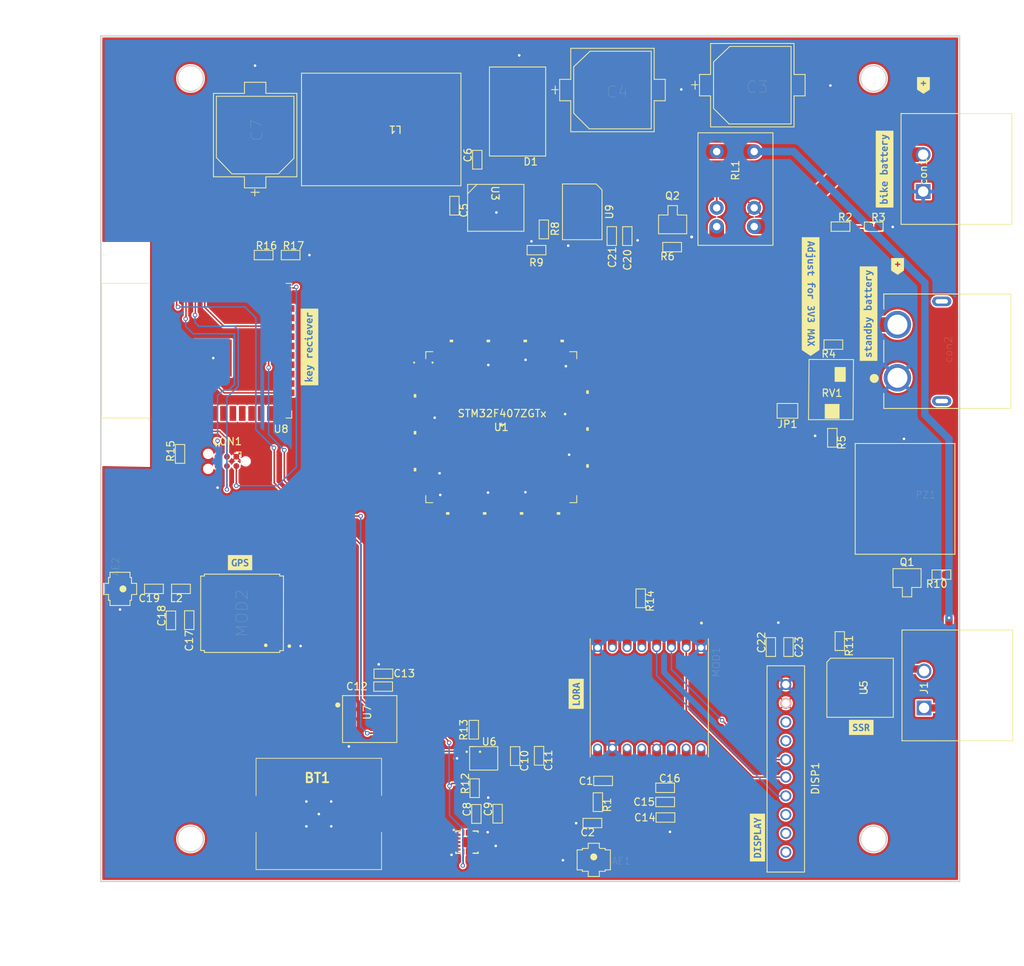
<source format=kicad_pcb>
(kicad_pcb (version 20210824) (generator pcbnew)
  (layers (0 "F.Cu" signal) (31 "B.Cu" signal) (34 "B.Paste" user) (35 "F.Paste" user) (36 "B.SilkS" user "B.Silkscreen") (37 "F.SilkS" user "F.Silkscreen") (38 "B.Mask" user) (39 "F.Mask" user) (44 "Edge.Cuts" user))
  (net 0 "")
  (net 1 "Net-(AE1-Pad1)")
  (net 2 "GND")
  (net 3 "Net-(AE2-Pad1)")
  (net 4 "Net-(BT1-Pad1)")
  (net 5 "/Lora_RFM/ANT")
  (net 6 "/voeding/DC_DC/VIN DC_DC")
  (net 7 "Net-(C5-Pad1)")
  (net 8 "Net-(C6-Pad1)")
  (net 9 "Net-(C6-Pad2)")
  (net 10 "+3V3")
  (net 11 "Net-(C19-Pad1)")
  (net 12 "Net-(R2-Pad1)")
  (net 13 "/esp32/GPIO0")
  (net 14 "/esp32/RESET")
  (net 15 "/esp32/RX")
  (net 16 "/esp32/TX")
  (net 17 "Net-(R4-Pad1)")
  (net 18 "VDC")
  (net 19 "Net-(J1-Pad2)")
  (net 20 "/PD")
  (net 21 "Net-(JP1-Pad1)")
  (net 22 "Net-(L2-Pad1)")
  (net 23 "/INT")
  (net 24 "/CS1")
  (net 25 "/MOSI")
  (net 34 "/voltage2")
  (net 35 "/MISO")
  (net 36 "/CLK")
  (net 37 "/CS")
  (net 44 "Net-(PZ1-Pad1)")
  (net 45 "/TX")
  (net 46 "Net-(R4-Pad2)")
  (net 47 "/RX")
  (net 48 "Net-(Q2-Pad3)")
  (net 49 "Net-(R8-Pad2)")
  (net 50 "/PPS")
  (net 51 "Net-(R11-Pad2)")
  (net 52 "/WAKE")
  (net 53 "/BUZZER")
  (net 54 "/RELAY")
  (net 57 "/Voltage1")
  (net 58 "/SSR")
  (net 59 "/SDA")
  (net 60 "/SCL")
  (net 69 "/LIS_INT2")
  (net 70 "/LIS_INT1")
  (net 99 "/Current")
  (net 100 "/RESET_LORA")
  (net 102 "/RESET_GPS")
  (footprint "connectors_user:Tag-Connect_TC2030-IDC-NL_2x03_P1.27mm_Vertical" (layer "F.Cu") (at 95.25 85.09 180)
    (fp_text reference "CON1")
    (fp_text value "TAGconnect_ESP")
  )
  (footprint "vanalles:0603" (layer "F.Cu") (at 177.245 81.895 -90)
    (fp_text reference "R5")
    (fp_text value "58K")
  )
  (footprint "vanalles:0603" (layer "F.Cu") (at 178.26 109.43 -90)
    (fp_text reference "R11")
    (fp_text value "220 ")
  )
  (footprint "vanalles:DO5022p" (layer "F.Cu") (at 124.4 40.14 180)
    (fp_text reference "L1")
    (fp_text value "100uH")
  )
  (footprint "vanalles:PROSIGNAL_ABI-017-RC" (layer "F.Cu") (at 186.89 90.22)
    (fp_text reference "PZ1")
    (fp_text value "buzzer")
  )
  (footprint "vanalles:0603" (layer "F.Cu") (at 126.07 50.46 -90)
    (fp_text reference "C5")
    (fp_text value "0.1uF")
  )
  (footprint "vanalles:0603" (layer "F.Cu") (at 128.79 129.35 90)
    (fp_text reference "R12")
    (fp_text value "10K")
  )
  (footprint "halfgeleiders:SOT-25" (layer "F.Cu") (at 130.025 125.305)
    (fp_text reference "U6")
    (fp_text value "DS28CM00R-A00+T")
  )
  (footprint "connectors_user:ufl connector" (layer "F.Cu") (at 80.772 102.362 90)
    (fp_text reference "AE2")
    (fp_text value "sma")
  )
  (footprint "connectors_user:2pin_screw" (layer "F.Cu") (at 189.67 115.93 90)
    (fp_text reference "J1")
    (fp_text value "Screw_Terminal_01x02")
  )
  (footprint "vanalles:0603" (layer "F.Cu") (at 182.85 53.31)
    (fp_text reference "R3")
    (fp_text value "58Kohm")
  )
  (footprint "vanalles:0603" (layer "F.Cu") (at 129.15 44.24 90)
    (fp_text reference "C6")
    (fp_text value "0.1uF")
  )
  (footprint "connectors_user:ufl connector" (layer "F.Cu") (at 144.93 139.06 180)
    (fp_text reference "AE1")
    (fp_text value "Antenna_Shield")
  )
  (footprint "halfgeleiders:sot-23," (layer "F.Cu") (at 187.36 101.53 180)
    (fp_text reference "Q1")
    (fp_text value "BSS138")
  )
  (footprint "kibuzzard-61389C09" (layer "F.Cu") (at 189.58 34.18 -90)
    (fp_text reference "kibuzzard-61389C09" hide)
    (fp_text value "G***" hide)
  )
  (footprint "vanalles:0603RL" (layer "F.Cu") (at 88.9 84.074 90)
    (fp_text reference "R15")
    (fp_text value "10K")
  )
  (footprint "vanalles:0603" (layer "F.Cu") (at 87.665 106.625 90)
    (fp_text reference "C18")
    (fp_text value "100nF")
  )
  (footprint "kibuzzard-613B6746" (layer "F.Cu") (at 167.1 136.04 90)
    (fp_text reference "kibuzzard-613B6746" hide)
    (fp_text value "G***" hide)
  )
  (footprint "vanalles:0603" (layer "F.Cu") (at 137.525 124.965 -90)
    (fp_text reference "C11")
    (fp_text value "10uF")
  )
  (footprint "kibuzzard-613B6735" (layer "F.Cu") (at 142.55 116.57 90)
    (fp_text reference "kibuzzard-613B6735" hide)
    (fp_text value "G***" hide)
  )
  (footprint "Module:SON_STM_TESEO-LIV3R" (layer "F.Cu") (at 97.298596 105.664 90)
    (fp_text reference "MOD2")
    (fp_text value "teseo-LIV")
  )
  (footprint "vanalles:0603" (layer "F.Cu") (at 131.902 132.812 90)
    (fp_text reference "C9")
    (fp_text value "100nF")
  )
  (footprint "vanalles:0603" (layer "F.Cu") (at 129.032 132.842 90)
    (fp_text reference "C8")
    (fp_text value "10uF")
  )
  (footprint "vanalles:CAPAE1030X1050D1200L350X90N" (layer "F.Cu") (at 99.06 40.894 90)
    (fp_text reference "C7")
    (fp_text value "68uF/10V")
  )
  (footprint "vanalles:0603RL" (layer "F.Cu") (at 151.29 103.64 -90)
    (fp_text reference "R14")
    (fp_text value "10K")
  )
  (footprint "halfgeleiders:sop4 P=2.54" (layer "F.Cu") (at 184.5 115.75 90)
    (fp_text reference "U5")
    (fp_text value "G3VM-61HR2(TR05)")
  )
  (footprint "kibuzzard-61389CC5" (layer "F.Cu") (at 174.3 62.77 -90)
    (fp_text reference "kibuzzard-61389CC5" hide)
    (fp_text value "G***" hide)
  )
  (footprint "vanalles:SolderJumper-2_P1.3mm_Open_Pad1.0x1.5mm" (layer "F.Cu") (at 171.165 78.245 180)
    (fp_text reference "JP1")
    (fp_text value "Jumper_2_Open")
  )
  (footprint "vanalles:CAPAE1030X1050D1200L350X90N" (layer "F.Cu") (at 166.41 34.13)
    (fp_text reference "C3")
    (fp_text value "68uF/100V")
  )
  (footprint "vanalles:0603" (layer "F.Cu") (at 147.375 54.575 -90)
    (fp_text reference "C21")
    (fp_text value "10nF")
  )
  (footprint "vanalles:0603RL" (layer "F.Cu") (at 103.886 57.15)
    (fp_text reference "R17")
    (fp_text value "NM")
  )
  (footprint "vanalles:3012TR" (layer "F.Cu") (at 107.696 132.842)
    (fp_text reference "BT1")
    (fp_text value "Battery_Cell" hide)
  )
  (footprint "kibuzzard-613F18F5" (layer "F.Cu") (at 184.32 45.51 90)
    (fp_text reference "kibuzzard-613F18F5" hide)
    (fp_text value "G***" hide)
  )
  (footprint "vanalles:0603" (layer "F.Cu") (at 154.6 131.22)
    (fp_text reference "C15")
    (fp_text value "1uF")
  )
  (footprint "halfgeleiders:DPAK" (layer "F.Cu") (at 134.6 37.7125 180)
    (fp_text reference "D1")
    (fp_text value "MBRM5100")
  )
  (footprint "kibuzzard-613F1907" (layer "F.Cu") (at 182.15 65.08 90)
    (fp_text reference "kibuzzard-613F1907" hide)
    (fp_text value "G***" hide)
  )
  (footprint "vanalles:0603RL" (layer "F.Cu") (at 100.226 57.15)
    (fp_text reference "R16")
    (fp_text value "10K")
  )
  (footprint "vanalles:0603" (layer "F.Cu") (at 177.38 69.28 180)
    (fp_text reference "R4")
    (fp_text value "900K")
  )
  (footprint "halfgeleiders:soic HV clearance" (layer "F.Cu") (at 129.12 48.845 -90)
    (fp_text reference "U3")
    (fp_text value "MAX5035AUSA")
  )
  (footprint "vanalles:0603" (layer "F.Cu") (at 149.48 54.58 -90)
    (fp_text reference "C20")
    (fp_text value "10uF")
  )
  (footprint "halfgeleiders:STM32F407ZGT6" (layer "F.Cu") (at 132.405 80.460001)
    (fp_text reference "U1")
    (fp_text value "STM32F407ZGTx")
  )
  (footprint "vanalles:3314G-1-201E bourns trimmer" (layer "F.Cu") (at 176.005 73.315)
    (fp_text reference "RV1")
    (fp_text value "100K")
  )
  (footprint "vanalles:0603" (layer "F.Cu") (at 168.91 110.236 90)
    (fp_text reference "C22")
    (fp_text value "10uF")
  )
  (footprint "vanalles:0603" (layer "F.Cu") (at 171.3 110.236 90)
    (fp_text reference "C23")
    (fp_text value "100nF")
  )
  (footprint "vanalles:0603" (layer "F.Cu") (at 116.438578 113.865 180)
    (fp_text reference "C13")
    (fp_text value "10uF")
  )
  (footprint "kibuzzard-613B3465" (layer "F.Cu") (at 97.028 98.806)
    (fp_text reference "kibuzzard-613B3465" hide)
    (fp_text value "G***" hide)
  )
  (footprint "vanalles:0603" (layer "F.Cu") (at 134.285 125.005 -90)
    (fp_text reference "C10")
    (fp_text value "100nF")
  )
  (footprint "halfgeleiders:QFN-16_0.5MM" (layer "F.Cu") (at 127.757 136.66)
    (fp_text reference "U4")
    (fp_text value "LIS3DH")
  )
  (footprint "vanalles:0603" (layer "F.Cu") (at 146.195 128.365)
    (fp_text reference "C1")
    (fp_text value "NM")
  )
  (footprint "vanalles:0603" (layer "F.Cu") (at 144.745 134.075 180)
    (fp_text reference "C2")
    (fp_text value "NM")
  )
  (footprint "vanalles:0603" (layer "F.Cu") (at 89.027 102.367 180)
    (fp_text reference "L2")
    (fp_text value "5n6")
  )
  (footprint "vanalles:0603" (layer "F.Cu") (at 137.175 56.485 180)
    (fp_text reference "R9")
    (fp_text value "130Kohm/1%")
  )
  (footprint "connectors_user:2pin_screw" (layer "F.Cu") (at 189.55 45.99 90)
    (fp_text reference "con1")
    (fp_text value "screw terminal")
  )
  (footprint "Module:ESP32-WROOM-32" (layer "F.Cu") (at 94.15 70.104 90)
    (fp_text reference "U8")
    (fp_text value "ESP32-WROOM")
  )
  (footprint "kibuzzard-613B6752" (layer "F.Cu") (at 181.16 121.12)
    (fp_text reference "kibuzzard-613B6752" hide)
    (fp_text value "G***" hide)
  )
  (footprint "connectors_user:10pin header" (layer "F.Cu") (at 170.942 128.016 90)
    (fp_text reference "DISP1")
    (fp_text value "ConnectEVE")
  )
  (footprint "kibuzzard-61389C09" (layer "F.Cu") (at 186.08 58.69 -90)
    (fp_text reference "kibuzzard-61389C09" hide)
    (fp_text value "G***" hide)
  )
  (footprint "vanalles:0603" (layer "F.Cu") (at 138.18 53.68 -90)
    (fp_text reference "R8")
    (fp_text value "43.5Kohm/1%")
  )
  (footprint "vanalles:CAPAE1030X1050D1200L350X90N" (layer "F.Cu") (at 147.47 34.79)
    (fp_text reference "C4")
    (fp_text value "0.22uF/100V")
  )
  (footprint "vanalles:0603" (layer "F.Cu") (at 128.695 121.435 -90)
    (fp_text reference "R13")
    (fp_text value "10K")
  )
  (footprint "connectors_user:AMASS_XT60PW-F" (layer "F.Cu") (at 192.81 70.17 90)
    (fp_text reference "con2")
    (fp_text value "xt60")
  )
  (footprint "vanalles:0603" (layer "F.Cu") (at 192.015 100.435 180)
    (fp_text reference "R10")
    (fp_text value "10K")
  )
  (footprint "kibuzzard-613B3452" (layer "F.Cu") (at 106.426 69.596 90)
    (fp_text reference "kibuzzard-613B3452" hide)
    (fp_text value "G***" hide)
  )
  (footprint "vanalles:0603" (layer "F.Cu") (at 154.595 129.295)
    (fp_text reference "C16")
    (fp_text value "0.1uF")
  )
  (footprint "halfgeleiders:sot-23," (layer "F.Cu") (at 155.615 52.36)
    (fp_text reference "Q2")
    (fp_text value "BSS138")
  )
  (footprint "vanalles:0603" (layer "F.Cu") (at 155.545 56.075 180)
    (fp_text reference "R6")
    (fp_text value "10K")
  )
  (footprint "vanalles:0603" (layer "F.Cu") (at 85.367 102.367 180)
    (fp_text reference "C19")
    (fp_text value "120nF")
  )
  (footprint "vanalles:G5V-1" (layer "F.Cu") (at 161.58 53.29 90)
    (fp_text reference "RL1")
    (fp_text value "Relais")
  )
  (footprint "vanalles:0603" (layer "F.Cu") (at 116.408578 115.595 180)
    (fp_text reference "C12")
    (fp_text value "100nF")
  )
  (footprint "halfgeleiders:soic p1.27 lengt 5.40" (layer "F.Cu") (at 111.861421 118.085)
    (fp_text reference "U7")
    (fp_text value "ATECC608B")
  )
  (footprint "vanalles:0603" (layer "F.Cu") (at 154.64 133.32)
    (fp_text reference "C14")
    (fp_text value "10uF")
  )
  (footprint "Module:XCVR_RFM98W-433S2" (layer "F.Cu") (at 152.45 117.12 -90)
    (fp_text reference "MOD1")
    (fp_text value "RFM98W-433S2")
  )
  (footprint "vanalles:0603" (layer "F.Cu") (at 90.139 106.593 90)
    (fp_text reference "C17")
    (fp_text value "10uF")
  )
  (footprint "halfgeleiders:SOIC-8" (layer "F.Cu") (at 143.36 51.3 180)
    (fp_text reference "U9")
    (fp_text value "MLX91221")
  )
  (footprint "vanalles:0603RL" (layer "F.Cu") (at 145.49 131.25 -90)
    (fp_text reference "R1")
    (fp_text value "0")
  )
  (footprint "vanalles:0603" (layer "F.Cu") (at 178.35 53.29)
    (fp_text reference "R2")
    (fp_text value "1Mohm")
  )
  (gr_circle locked (center 123.09 71.71) (end 123.16 71.76) (layer "F.SilkS") (width 0.12) (fill none))
  (gr_circle locked (center 182.82 33.23) (end 184.57 33.23) (layer "Edge.Cuts") (width 0.2) (fill none))
  (gr_circle locked (center 182.82 136.23) (end 184.57 136.23) (layer "Edge.Cuts") (width 0.2) (fill none))
  (gr_circle locked (center 90.320001 136.23) (end 92.070001 136.23) (layer "Edge.Cuts") (width 0.2) (fill none))
  (gr_circle locked (center 90.320001 33.23) (end 92.070001 33.23) (layer "Edge.Cuts") (width 0.2) (fill none))
  (gr_line locked (start 194.47 141.98) (end 194.47 27.48) (layer "Edge.Cuts") (width 0.2))
  (gr_line locked (start 194.47 27.48) (end 78.17 27.48) (layer "Edge.Cuts") (width 0.2))
  (gr_line locked (start 78.17 27.48) (end 78.17 141.98) (layer "Edge.Cuts") (width 0.2))
  (gr_line locked (start 78.17 141.98) (end 194.47 141.98) (layer "Edge.Cuts") (width 0.2))
  (segment locked (start 145.38 131.99) (end 145.49 131.88) (width 0.2) (layer "F.Cu") (net 1))
  (segment locked (start 145.38 136.03) (end 145.38 134.07) (width 0.2) (layer "F.Cu") (net 1))
  (segment locked (start 144.93 137.56) (end 144.93 136.48) (width 0.2) (layer "F.Cu") (net 1))
  (segment locked (start 144.93 136.48) (end 145.38 136.03) (width 0.2) (layer "F.Cu") (net 1))
  (segment locked (start 145.38 134.07) (end 145.38 131.99) (width 0.2) (layer "F.Cu") (net 1))
  (segment locked (start 125.6705 138.3805) (end 126.391 137.66) (width 0.2) (layer "F.Cu") (net 2))
  (segment locked (start 111.861421 121.895) (end 111.861421 123.596579) (width 0.2) (layer "F.Cu") (net 2))
  (segment locked (start 178.2 115.75) (end 181.72 115.75) (width 0.2) (layer "F.Cu") (net 2))
  (segment locked (start 134.8361 33.3539) (end 136.88838 33.3539) (width 0.5) (layer "F.Cu") (net 2))
  (segment locked (start 141.075001 78.710002) (end 141.055 78.690001) (width 0.2) (layer "F.Cu") (net 2))
  (segment locked (start 130.627 132.207) (end 131.877 132.207) (width 0.2) (layer "F.Cu") (net 2))
  (segment locked (start 79.272 102.362) (end 79.272 101.322) (width 0.2) (layer "F.Cu") (net 2))
  (segment locked (start 130.655001 72.040002) (end 130.675 72.060001) (width 0.2) (layer "F.Cu") (net 2))
  (segment locked (start 186.89 85.175) (end 186.89 82.096) (width 0.2) (layer "F.Cu") (net 2))
  (segment locked (start 186.89 82.096) (end 186.944 82.042) (width 0.2) (layer "F.Cu") (net 2))
  (segment locked (start 131.877 132.207) (end 131.907 132.177) (width 0.2) (layer "F.Cu") (net 2))
  (segment locked (start 149.47 55.21) (end 149.475 55.215) (width 0.25) (layer "F.Cu") (net 2))
  (segment locked (start 143.455 140.335) (end 143.68 140.56) (width 0.2) (layer "F.Cu") (net 2))
  (segment locked (start 143.455 139.06) (end 143.455 140.335) (width 0.2) (layer "F.Cu") (net 2))
  (segment locked (start 88.4515 75.4975) (end 92.845 71.104) (width 0.2) (layer "F.Cu") (net 2))
  (segment locked (start 80.772 103.837) (end 80.772 105.156) (width 0.2) (layer "F.Cu") (net 2))
  (segment locked (start 156.18 54.65) (end 156.18 53.84478) (width 0.25) (layer "F.Cu") (net 2))
  (segment locked (start 87.67 105.99) (end 88.88 105.99) (width 0.2) (layer "F.Cu") (net 2))
  (segment locked (start 94.869 75.819) (end 93.395 74.345) (width 0.2) (layer "F.Cu") (net 2))
  (segment locked (start 130.655001 69.835001) (end 130.655001 72.040002) (width 0.2) (layer "F.Cu") (net 2))
  (segment locked (start 144.11 134.07) (end 142.56 134.07) (width 0.2) (layer "F.Cu") (net 2))
  (segment locked (start 92.698596 103.464) (end 90.726 103.464) (width 0.2) (layer "F.Cu") (net 2))
  (segment locked (start 149.475 55.215) (end 150.815 55.215) (width 0.25) (layer "F.Cu") (net 2))
  (segment locked (start 85.895 61.604) (end 85.895 72.941) (width 0.2) (layer "F.Cu") (net 2))
  (segment locked (start 146.405 139.965) (end 145.62 140.75) (width 0.2) (layer "F.Cu") (net 2))
  (segment locked (start 130.655001 91.085001) (end 130.655001 89.370002) (width 0.2) (layer "F.Cu") (net 2))
  (segment locked (start 92.845 71.104) (end 93.395 71.104) (width 0.2) (layer "F.Cu") (net 2))
  (segment locked (start 135.655001 89.29) (end 135.675 89.270001) (width 0.2) (layer "F.Cu") (net 2))
  (segment locked (start 145.62 140.75) (end 145.12 140.75) (width 0.2) (layer "F.Cu") (net 2))
  (segment locked (start 155.275 135.235) (end 155.25 135.26) (width 0.2) (layer "F.Cu") (net 2))
  (segment locked (start 101.898596 110.064) (end 105.194 110.064) (width 0.2) (layer "F.Cu") (net 2))
  (segment locked (start 135.655001 71.300002) (end 135.695 71.340001) (width 0.2) (layer "F.Cu") (net 2))
  (segment locked (start 150.815 55.215) (end 150.87 55.16) (width 0.25) (layer "F.Cu") (net 2))
  (segment locked (start 130.655001 89.370002) (end 130.605 89.320001) (width 0.2) (layer "F.Cu") (net 2))
  (segment locked (start 170.053 109.601) (end 168.915 109.601) (width 0.2) (layer "F.Cu") (net 2))
  (segment locked (start 185.395 53.315) (end 185.42 53.34) (width 0.2) (layer "F.Cu") (net 2))
  (segment locked (start 130.627 132.207) (end 130.627 130.647) (width 0.2) (layer "F.Cu") (net 2))
  (segment locked (start 124.035 86.710001) (end 124.045 86.700001) (width 0.2) (layer "F.Cu") (net 2))
  (segment locked (start 171.305 109.601) (end 170.053 109.601) (width 0.2) (layer "F.Cu") (net 2))
  (segment locked (start 156.18 53.84478) (end 156.56496 53.45982) (width 0.25) (layer "F.Cu") (net 2))
  (segment locked (start 135.655001 69.835001) (end 135.655001 71.300002) (width 0.2) (layer "F.Cu") (net 2))
  (segment locked (start 92.698596 101.264) (end 94.354 101.264) (width 0.2) (layer "F.Cu") (net 2))
  (segment locked (start 115.803578 113.86) (end 115.803578 112.586422) (width 0.2) (layer "F.Cu") (net 2))
  (segment locked (start 128.755 125.31) (end 126.41 125.31) (width 0.2) (layer "F.Cu") (net 2))
  (segment locked (start 126.355 51.385) (end 129.12 51.385) (width 0.5) (layer "F.Cu") (net 2))
  (segment locked (start 129.721 136.16) (end 130.5605 135.3205) (width 0.2) (layer "F.Cu") (net 2))
  (segment locked (start 143.68 140.56) (end 144.93 140.56) (width 0.2) (layer "F.Cu") (net 2))
  (segment locked (start 151.97 34.79) (end 156.72 34.79) (width 0.5) (layer "F.Cu") (net 2))
  (segment locked (start 140.8 139.06) (end 140.75 139.11) (width 0.2) (layer "F.Cu") (net 2))
  (segment locked (start 142.56 134.07) (end 142.54 134.09) (width 0.2) (layer "F.Cu") (net 2))
  (segment locked (start 176.92 34.13) (end 176.98 34.19) (width 0.5) (layer "F.Cu") (net 2))
  (segment locked (start 90.112 105.99) (end 90.144 105.958) (width 0.2) (layer "F.Cu") (net 2))
  (segment locked (start 85.895 78.604) (end 85.895 78.054) (width 0.2) (layer "F.Cu") (net 2))
  (segment locked (start 141.615 84.210001) (end 141.595 84.190001) (width 0.2) (layer "F.Cu") (net 2))
  (segment locked (start 103.405 75.819) (end 94.869 75.819) (width 0.2) (layer "F.Cu") (net 2))
  (segment locked (start 104.516 57.15) (end 106.426 57.15) (width 0.2) (layer "F.Cu") (net 2))
  (segment locked (start 146.83 128.37) (end 147.45 127.75) (width 0.2) (layer "F.Cu") (net 2))
  (segment locked (start 134.28 125.64) (end 132.75 125.64) (width 0.2) (layer "F.Cu") (net 2))
  (segment locked (start 134.8361 30.1039) (end 134.88 30.06) (width 0.5) (layer "F.Cu") (net 2))
  (segment locked (start 175.81 82.53) (end 174.91 81.63) (width 0.25) (layer "F.Cu") (net 2))
  (segment locked (start 115.803578 112.586422) (end 115.81 112.58) (width 0.2) (layer "F.Cu") (net 2))
  (segment locked (start 79.272 102.362) (end 79.272 103.402) (width 0.2) (layer "F.Cu") (net 2))
  (segment locked (start 129.037 132.207) (end 130.627 132.207) (width 0.2) (layer "F.Cu") (net 2))
  (segment locked (start 147.37 55.21) (end 149.47 55.21) (width 0.25) (layer "F.Cu") (net 2))
  (segment locked (start 85.895 78.054) (end 88.4515 75.4975) (width 0.2) (layer "F.Cu") (net 2))
  (segment locked (start 143.03 72.21) (end 141.164999 72.21) (width 0.2) (layer "F.Cu") (net 2))
  (segment locked (start 121.78 79.210001) (end 123.355 79.210001) (width 0.2) (layer "F.Cu") (net 2))
  (segment locked (start 131.6505 137.1705) (end 131.64 137.16) (width 0.2) (layer "F.Cu") (net 2))
  (segment locked (start 141.465 53.67) (end 141.465 55.867) (width 0.2) (layer "F.Cu") (net 2))
  (segment locked (start 170.91 34.13) (end 176.92 34.13) (width 0.5) (layer "F.Cu") (net 2))
  (segment locked (start 94.58 102.94) (end 94.056 103.464) (width 0.2) (layer "F.Cu") (net 2))
  (segment locked (start 158.14 54.65) (end 158.19 54.7) (width 0.25) (layer "F.Cu") (net 2))
  (segment locked (start 99.06 36.394) (end 99.06 31.496) (width 0.2) (layer "F.Cu") (net 2))
  (segment locked (start 81.606 105.99) (end 87.67 105.99) (width 0.2) (layer "F.Cu") (net 2))
  (segment locked (start 115.803578 113.86) (end 115.803578 115.56) (width 0.2) (layer "F.Cu") (net 2))
  (segment locked (start 93.98 85.725) (end 93.98 88.646) (width 0.2) (layer "F.Cu") (net 2))
  (segment locked (start 124.154999 91.085001) (end 124.154999 89.65) (width 0.2) (layer "F.Cu") (net 2))
  (segment locked (start 88.88 105.99) (end 90.112 105.99) (width 0.2) (layer "F.Cu") (net 2))
  (segment locked (start 79.272 103.402) (end 79.707 103.837) (width 0.2) (layer "F.Cu") (net 2))
  (segment locked (start 132.33162 33.3539) (end 134.8361 33.3539) (width 0.5) (layer "F.Cu") (net 2))
  (segment locked (start 88.88 105.31) (end 88.88 105.99) (width 0.2) (layer "F.Cu") (net 2))
  (segment locked (start 145.12 140.75) (end 144.93 140.56) (width 0.2) (layer "F.Cu") (net 2))
  (segment locked (start 85.895 72.941) (end 88.4515 75.4975) (width 0.2) (layer "F.Cu") (net 2))
  (segment locked (start 94.58 101.49) (end 94.58 102.94) (width 0.2) (layer "F.Cu") (net 2))
  (segment locked (start 123.355 79.210001) (end 123.385 79.180001) (width 0.2) (layer "F.Cu") (net 2))
  (segment locked (start 121.78 86.710001) (end 124.035 86.710001) (width 0.2) (layer "F.Cu") (net 2))
  (segment locked (start 90.726 103.464) (end 88.88 105.31) (width 0.2) (layer "F.Cu") (net 2))
  (segment locked (start 147.45 127.75) (end 147.45 125.12) (width 0.2) (layer "F.Cu") (net 2))
  (segment locked (start 115.803578 115.56) (end 115.773578 115.59) (width 0.2) (layer "F.Cu") (net 2))
  (segment locked (start 131.64 137.16) (end 129.032 137.16) (width 0.2) (layer "F.Cu") (net 2))
  (segment locked (start 156.72 34.79) (end 156.79 34.72) (width 0.5) (layer "F.Cu") (net 2))
  (segment locked (start 155.23 129.3) (end 155.23 131.22) (width 0.2) (layer "F.Cu") (net 2))
  (segment locked (start 94.354 101.264) (end 94.58 101.49) (width 0.2) (layer "F.Cu") (net 2))
  (segment locked (start 174.91 81.63) (end 174.83 81.55) (width 0.25) (layer "F.Cu") (net 2))
  (segment locked (start 134.8361 33.3539) (end 134.8361 30.1039) (width 0.5) (layer "F.Cu") (net 2))
  (segment locked (start 155.23 131.22) (end 155.235 131.225) (width 0.2) (layer "F.Cu") (net 2))
  (segment locked (start 143.455 139.06) (end 140.8 139.06) (width 0.2) (layer "F.Cu") (net 2))
  (segment locked (start 156.18 54.65) (end 158.14 54.65) (width 0.25) (layer "F.Cu") (net 2))
  (segment locked (start 132.42 125.31) (end 128.755 125.31) (width 0.2) (layer "F.Cu") (net 2))
  (segment locked (start 79.272 101.322) (end 79.707 100.887) (width 0.2) (layer "F.Cu") (net 2))
  (segment locked (start 105.194 110.064) (end 105.23 110.1) (width 0.2) (layer "F.Cu") (net 2))
  (segment locked (start 146.405 139.06) (end 146.405 139.965) (width 0.2) (layer "F.Cu") (net 2))
  (segment locked (start 181.72 115.75) (end 184.5 115.75) (width 0.2) (layer "F.Cu") (net 2))
  (segment locked (start 155.235 131.225) (end 155.235 133.285) (width 0.2) (layer "F.Cu") (net 2))
  (segment locked (start 143.03 78.710002) (end 141.075001 78.710002) (width 0.2) (layer "F.Cu") (net 2))
  (segment locked (start 143.03 84.210001) (end 141.615 84.210001) (width 0.2) (layer "F.Cu") (net 2))
  (segment locked (start 141.164999 72.21) (end 141.155 72.200001) (width 0.2) (layer "F.Cu") (net 2))
  (segment locked (start 170.053 107.061) (end 169.926 106.934) (width 0.2) (layer "F.Cu") (net 2))
  (segment locked (start 126.391 137.66) (end 126.482 137.66) (width 0.2) (layer "F.Cu") (net 2))
  (segment locked (start 93.395 74.345) (end 93.395 71.104) (width 0.2) (layer "F.Cu") (net 2))
  (segment locked (start 129.032 136.16) (end 129.721 136.16) (width 0.2) (layer "F.Cu") (net 2))
  (segment locked (start 132.75 125.64) (end 132.42 125.31) (width 0.2) (layer "F.Cu") (net 2))
  (segment locked (start 134.32 125.6) (end 134.28 125.64) (width 0.2) (layer "F.Cu") (net 2))
  (segment locked (start 111.861421 123.596579) (end 111.76 123.698) (width 0.2) (layer "F.Cu") (net 2))
  (segment locked (start 156.18 56.07) (end 156.18 54.65) (width 0.25) (layer "F.Cu") (net 2))
  (segment locked (start 177.24 82.53) (end 175.81 82.53) (width 0.25) (layer "F.Cu") (net 2))
  (segment locked (start 155.235 133.285) (end 155.275 133.325) (width 0.2) (layer "F.Cu") (net 2))
  (segment locked (start 131.749 51.385) (end 134.57 51.385) (width 0.5) (layer "F.Cu") (net 2))
  (segment locked (start 183.485 53.315) (end 185.395 53.315) (width 0.2) (layer "F.Cu") (net 2))
  (segment locked (start 136.54 55.34) (end 136.49 55.29) (width 0.5) (layer "F.Cu") (net 2))
  (segment locked (start 80.772 105.156) (end 81.606 105.99) (width 0.2) (layer "F.Cu") (net 2))
  (segment locked (start 155.275 133.325) (end 155.275 135.235) (width 0.2) (layer "F.Cu") (net 2))
  (segment locked (start 170.053 109.601) (end 170.053 107.061) (width 0.2) (layer "F.Cu") (net 2))
  (segment locked (start 135.655001 91.085001) (end 135.655001 89.29) (width 0.2) (layer "F.Cu") (net 2))
  (segment locked (start 126.065 51.095) (end 126.355 51.385) (width 0.5) (layer "F.Cu") (net 2))
  (segment locked (start 94.056 103.464) (end 92.698596 103.464) (width 0.2) (layer "F.Cu") (net 2))
  (segment locked (start 79.707 100.887) (end 80.772 100.887) (width 0.2) (layer "F.Cu") (net 2))
  (segment locked (start 136.54 56.48) (end 136.54 55.34) (width 0.5) (layer "F.Cu") (net 2))
  (segment locked (start 141.465 55.867) (end 141.478 55.88) (width 0.2) (layer "F.Cu") (net 2))
  (segment locked (start 79.707 103.837) (end 80.772 103.837) (width 0.2) (layer "F.Cu") (net 2))
  (segment locked (start 124.154999 89.65) (end 124.145 89.640001) (width 0.2) (layer "F.Cu") (net 2))
  (segment locked (start 129.12 51.385) (end 131.749 51.385) (width 0.5) (layer "F.Cu") (net 2))
  (segment locked (start 137.52 125.6) (end 134.32 125.6) (width 0.2) (layer "F.Cu") (net 2))
  (via locked (at 109.37 131.16) (size 0.6) (drill 0.35) (layers "F.Cu" "B.Cu") (net 2))
  (via locked (at 123.385 79.180001) (size 0.6) (drill 0.35) (layers "F.Cu" "B.Cu") (net 2))
  (via locked (at 158.19 54.7) (size 0.8) (drill 0.4) (layers "F.Cu" "B.Cu") (net 2))
  (via locked (at 181.72 115.75) (size 0.6) (drill 0.35) (layers "F.Cu" "B.Cu") (net 2))
  (via locked (at 126.41 125.31) (size 0.6) (drill 0.35) (layers "F.Cu" "B.Cu") (net 2))
  (via locked (at 106.01 134.52) (size 0.6) (drill 0.35) (layers "F.Cu" "B.Cu") (net 2))
  (via locked (at 174.91 81.63) (size 0.6) (drill 0.35) (layers "F.Cu" "B.Cu") (net 2))
  (via locked (at 134.8361 30.1039) (size 0.6) (drill 0.35) (layers "F.Cu" "B.Cu") (net 2))
  (via locked (at 105.23 110.1) (size 0.6) (drill 0.35) (layers "F.Cu" "B.Cu") (net 2))
  (via locked (at 109.38 134.52) (size 0.6) (drill 0.35) (layers "F.Cu" "B.Cu") (net 2))
  (via locked (at 150.87 55.16) (size 0.6) (drill 0.35) (layers "F.Cu" "B.Cu") (net 2))
  (via locked (at 141.155 72.200001) (size 0.6) (drill 0.35) (layers "F.Cu" "B.Cu") (net 2))
  (via locked (at 131.6505 137.1705) (size 0.6) (drill 0.35) (layers "F.Cu" "B.Cu") (net 2))
  (via locked (at 136.49 55.29) (size 0.6) (drill 0.35) (layers "F.Cu" "B.Cu") (net 2))
  (via locked (at 156.79 34.72) (size 0.6) (drill 0.35) (layers "F.Cu" "B.Cu") (net 2))
  (via locked (at 130.655001 72.040002) (size 0.6) (drill 0.35) (layers "F.Cu" "B.Cu") (net 2))
  (via locked (at 140.75 139.11) (size 0.6) (drill 0.35) (layers "F.Cu" "B.Cu") (net 2))
  (via locked (at 155.25 135.26) (size 0.6) (drill 0.35) (layers "F.Cu" "B.Cu") (net 2))
  (via locked (at 130.605 89.320001) (size 0.6) (drill 0.35) (layers "F.Cu" "B.Cu") (net 2))
  (via locked (at 185.42 53.34) (size 0.6) (drill 0.35) (layers "F.Cu" "B.Cu") (net 2))
  (via locked (at 141.478 55.88) (size 0.6) (drill 0.35) (layers "F.Cu" "B.Cu") (net 2))
  (via locked (at 124.045 86.700001) (size 0.6) (drill 0.35) (layers "F.Cu" "B.Cu") (net 2))
  (via locked (at 142.54 134.09) (size 0.6) (drill 0.35) (layers "F.Cu" "B.Cu") (net 2))
  (via locked (at 135.675 89.270001) (size 0.6) (drill 0.35) (layers "F.Cu" "B.Cu") (net 2))
  (via locked (at 124.145 89.640001) (size 0.6) (drill 0.35) (layers "F.Cu" "B.Cu") (net 2))
  (via locked (at 111.76 123.698) (size 0.6) (drill 0.35) (layers "F.Cu" "B.Cu") (net 2))
  (via locked (at 135.695 71.340001) (size 0.6) (drill 0.35) (layers "F.Cu" "B.Cu") (net 2))
  (via locked (at 130.5605 135.3205) (size 0.6) (drill 0.35) (layers "F.Cu" "B.Cu") (net 2))
  (via locked (at 176.98 34.19) (size 0.6) (drill 0.35) (layers "F.Cu" "B.Cu") (net 2))
  (via locked (at 80.772 105.156) (size 0.6) (drill 0.35) (layers "F.Cu" "B.Cu") (net 2))
  (via locked (at 106.01 131.16) (size 0.6) (drill 0.35) (layers "F.Cu" "B.Cu") (net 2))
  (via locked (at 141.595 84.190001) (size 0.6) (drill 0.35) (layers "F.Cu" "B.Cu") (net 2))
  (via locked (at 115.81 112.58) (size 0.6) (drill 0.35) (layers "F.Cu" "B.Cu") (net 2))
  (via locked (at 106.426 57.15) (size 0.6) (drill 0.35) (layers "F.Cu" "B.Cu") (net 2))
  (via locked (at 93.395 71.104) (size 0.6) (drill 0.35) (layers "F.Cu" "B.Cu") (net 2))
  (via locked (at 169.926 106.934) (size 0.6) (drill 0.35) (layers "F.Cu" "B.Cu") (net 2))
  (via locked (at 186.944 82.042) (size 0.6) (drill 0.35) (layers "F.Cu" "B.Cu") (net 2))
  (via locked (at 99.06 31.496) (size 0.6) (drill 0.35) (layers "F.Cu" "B.Cu") (net 2))
  (via locked (at 107.7 132.86) (size 0.6) (drill 0.35) (layers "F.Cu" "B.Cu") (net 2))
  (via locked (at 141.055 78.690001) (size 0.6) (drill 0.35) (layers "F.Cu" "B.Cu") (net 2))
  (via locked (at 93.98 88.646) (size 0.6) (drill 0.35) (layers "F.Cu" "B.Cu") (net 2))
  (via locked (at 131.749 51.385) (size 0.6) (drill 0.35) (layers "F.Cu" "B.Cu") (net 2))
  (via locked (at 130.642 130.632) (size 0.6) (drill 0.35) (layers "F.Cu" "B.Cu") (net 2))
  (via locked (at 125.6705 138.3805) (size 0.6) (drill 0.35) (layers "F.Cu" "B.Cu") (net 2))
  (segment locked (start 82.272 102.362) (end 84.732 102.362) (width 0.2) (layer "F.Cu") (net 3))
  (segment locked (start 97.676 106.794) (end 99.906 104.564) (width 0.2) (layer "F.Cu") (net 4))
  (segment locked (start 117.716 132.842) (end 117.716 137.554) (width 0.2) (layer "F.Cu") (net 4))
  (segment locked (start 99.822 139.446) (end 97.536 137.16) (width 0.2) (layer "F.Cu") (net 4))
  (segment locked (start 97.676 137.02) (end 97.676 132.842) (width 0.2) (layer "F.Cu") (net 4))
  (segment locked (start 117.716 137.554) (end 115.824 139.446) (width 0.2) (layer "F.Cu") (net 4))
  (segment locked (start 115.824 139.446) (end 99.822 139.446) (width 0.2) (layer "F.Cu") (net 4))
  (segment locked (start 97.676 132.842) (end 97.676 106.794) (width 0.2) (layer "F.Cu") (net 4))
  (segment locked (start 99.906 104.564) (end 101.898596 104.564) (width 0.2) (layer "F.Cu") (net 4))
  (segment locked (start 97.536 137.16) (end 97.676 137.02) (width 0.2) (layer "F.Cu") (net 4))
  (segment locked (start 145.56 130.54) (end 145.49 130.61) (width 0.2) (layer "F.Cu") (net 5))
  (segment locked (start 145.56 128.37) (end 145.56 130.54) (width 0.2) (layer "F.Cu") (net 5))
  (segment locked (start 145.45 125.12) (end 145.45 128.26) (width 0.2) (layer "F.Cu") (net 5))
  (segment locked (start 145.45 128.26) (end 145.56 128.37) (width 0.2) (layer "F.Cu") (net 5))
  (segment locked (start 138.145 50.115) (end 138.605 50.575) (width 0.5) (layer "F.Cu") (net 6))
  (segment locked (start 142.735 50.585) (end 142.37 50.95) (width 0.5) (layer "F.Cu") (net 6))
  (segment locked (start 142.97 34.79) (end 142.97 39.05) (width 0.5) (layer "F.Cu") (net 6))
  (segment locked (start 142.97 39.05) (end 141.465 40.555) (width 0.5) (layer "F.Cu") (net 6))
  (segment locked (start 141.465 46.115) (end 141.465 48.92) (width 0.5) (layer "F.Cu") (net 6))
  (segment locked (start 140.98 50.95) (end 141.34 50.95) (width 0.5) (layer "F.Cu") (net 6))
  (segment locked (start 142.735 48.92) (end 142.735 50.585) (width 0.5) (layer "F.Cu") (net 6))
  (segment locked (start 138.98 50.95) (end 140.98 50.95) (width 0.5) (layer "F.Cu") (net 6))
  (segment locked (start 138.175 53.045) (end 138.175 51.005) (width 0.5) (layer "F.Cu") (net 6))
  (segment locked (start 161.91 34.13) (end 159.37 31.59) (width 0.5) (layer "F.Cu") (net 6))
  (segment locked (start 141.465 50.825) (end 141.465 48.92) (width 0.5) (layer "F.Cu") (net 6))
  (segment locked (start 159.37 31.59) (end 144.97 31.59) (width 0.5) (layer "F.Cu") (net 6))
  (segment locked (start 144.97 31.59) (end 142.97 33.59) (width 0.5) (layer "F.Cu") (net 6))
  (segment locked (start 142.97 33.59) (end 142.97 34.79) (width 0.5) (layer "F.Cu") (net 6))
  (segment locked (start 138.175 51.005) (end 138.605 50.575) (width 0.5) (layer "F.Cu") (net 6))
  (segment locked (start 142.37 50.95) (end 140.98 50.95) (width 0.5) (layer "F.Cu") (net 6))
  (segment locked (start 141.465 45.485) (end 141.465 46.115) (width 0.5) (layer "F.Cu") (net 6))
  (segment locked (start 141.465 40.555) (end 141.465 46.115) (width 0.5) (layer "F.Cu") (net 6))
  (segment locked (start 141.34 50.95) (end 141.465 50.825) (width 0.5) (layer "F.Cu") (net 6))
  (segment locked (start 138.605 50.575) (end 138.98 50.95) (width 0.5) (layer "F.Cu") (net 6))
  (segment locked (start 134.57 50.115) (end 138.145 50.115) (width 0.5) (layer "F.Cu") (net 6))
  (segment locked (start 128.83 49.825) (end 129.12 50.115) (width 0.5) (layer "F.Cu") (net 7))
  (segment locked (start 126.065 49.825) (end 128.83 49.825) (width 0.5) (layer "F.Cu") (net 7))
  (segment locked (start 129.155 44.875) (end 129.155 48.81) (width 0.5) (layer "F.Cu") (net 8))
  (segment locked (start 129.155 48.81) (end 129.12 48.845) (width 0.5) (layer "F.Cu") (net 8))
  (segment locked (start 129.155 40.235) (end 129.25 40.14) (width 0.5) (layer "F.Cu") (net 9))
  (segment locked (start 129.155 43.605) (end 129.155 40.235) (width 0.5) (layer "F.Cu") (net 9))
  (segment locked (start 129.25 40.14) (end 134.5 40.14) (width 0.5) (layer "F.Cu") (net 9))
  (segment locked (start 124.4 40.14) (end 129.25 40.14) (width 0.5) (layer "F.Cu") (net 9))
  (segment locked (start 134.61 48.805) (end 134.57 48.845) (width 0.5) (layer "F.Cu") (net 9))
  (segment locked (start 134.5 40.14) (end 134.61 40.25) (width 0.5) (layer "F.Cu") (net 9))
  (segment locked (start 134.61 40.25) (end 134.61 48.805) (width 0.5) (layer "F.Cu") (net 9))
  (segment locked (start 86.002 102.362) (end 88.392 102.362) (width 0.2) (layer "F.Cu") (net 11))
  (segment locked (start 170.84 53.29) (end 166.66 53.29) (width 2) (layer "F.Cu") (net 12))
  (segment locked (start 177.715 53.295) (end 174.965 53.295) (width 0.25) (layer "F.Cu") (net 12))
  (segment locked (start 174.965 53.295) (end 172.9 51.23) (width 0.25) (layer "F.Cu") (net 12))
  (segment locked (start 180.585 43.545) (end 172.9 51.23) (width 2) (layer "F.Cu") (net 12))
  (segment locked (start 189.545 43.545) (end 180.585 43.545) (width 2) (layer "F.Cu") (net 12))
  (segment locked (start 172.9 51.23) (end 170.84 53.29) (width 2) (layer "F.Cu") (net 12))
  (segment locked (start 104.512 61.604) (end 104.648 61.468) (width 0.2) (layer "F.Cu") (net 13))
  (segment locked (start 102.405 61.604) (end 104.512 61.604) (width 0.2) (layer "F.Cu") (net 13))
  (segment locked (start 102.362 57.15) (end 103.246 57.15) (width 0.2) (layer "F.Cu") (net 13))
  (segment locked (start 102.405 61.604) (end 102.405 57.193) (width 0.2) (layer "F.Cu") (net 13))
  (segment locked (start 102.405 57.193) (end 102.362 57.15) (width 0.2) (layer "F.Cu") (net 13))
  (segment locked (start 96.52 88.392) (end 96.52 85.725) (width 0.2) (layer "F.Cu") (net 13))
  (segment locked (start 100.856 57.15) (end 102.362 57.15) (width 0.2) (layer "F.Cu") (net 13))
  (via locked (at 96.52 88.392) (size 0.6) (drill 0.35) (layers "F.Cu" "B.Cu") (net 13))
  (via locked (at 104.648 61.468) (size 0.6) (drill 0.35) (layers "F.Cu" "B.Cu") (net 13))
  (segment locked (start 104.648 85.852) (end 103.124 87.376) (width 0.2) (layer "B.Cu") (net 13))
  (segment locked (start 103.124 87.376) (end 102.108 88.392) (width 0.2) (layer "B.Cu") (net 13))
  (segment locked (start 102.108 88.392) (end 96.52 88.392) (width 0.2) (layer "B.Cu") (net 13))
  (segment locked (start 104.648 61.468) (end 104.648 85.852) (width 0.2) (layer "B.Cu") (net 13))
  (segment locked (start 88.646 81.026) (end 88.435 80.815) (width 0.2) (layer "F.Cu") (net 14))
  (segment locked (start 88.435 80.815) (end 88.435 78.604) (width 0.2) (layer "F.Cu") (net 14))
  (segment locked (start 90.17 81.026) (end 88.646 81.026) (width 0.2) (layer "F.Cu") (net 14))
  (segment locked (start 95.25 84.455) (end 95.25 82.042) (width 0.2) (layer "F.Cu") (net 14))
  (segment locked (start 95.25 82.042) (end 94.234 81.026) (width 0.2) (layer "F.Cu") (net 14))
  (segment locked (start 90.17 83.058) (end 90.17 81.026) (width 0.2) (layer "F.Cu") (net 14))
  (segment locked (start 89.784 83.444) (end 90.17 83.058) (width 0.2) (layer "F.Cu") (net 14))
  (segment locked (start 94.234 81.026) (end 90.17 81.026) (width 0.2) (layer "F.Cu") (net 14))
  (segment locked (start 88.9 83.444) (end 89.784 83.444) (width 0.2) (layer "F.Cu") (net 14))
  (segment locked (start 90.932 65.278) (end 90.975 65.235) (width 0.2) (layer "F.Cu") (net 15))
  (segment locked (start 90.975 65.235) (end 90.975 61.604) (width 0.2) (layer "F.Cu") (net 15))
  (segment locked (start 95.25 85.725) (end 95.25 88.9) (width 0.2) (layer "F.Cu") (net 15))
  (via locked (at 90.932 65.278) (size 0.6) (drill 0.35) (layers "F.Cu" "B.Cu") (net 15))
  (via locked (at 95.25 88.9) (size 0.6) (drill 0.35) (layers "F.Cu" "B.Cu") (net 15))
  (segment locked (start 96.52 75.184) (end 96.774 74.93) (width 0.2) (layer "B.Cu") (net 15))
  (segment locked (start 96.774 67.31) (end 96.266 66.802) (width 0.2) (layer "B.Cu") (net 15))
  (segment locked (start 95.25 76.454) (end 96.52 75.184) (width 0.2) (layer "B.Cu") (net 15))
  (segment locked (start 91.44 66.802) (end 90.932 66.294) (width 0.2) (layer "B.Cu") (net 15))
  (segment locked (start 90.932 66.294) (end 90.932 65.278) (width 0.2) (layer "B.Cu") (net 15))
  (segment locked (start 95.25 88.9) (end 95.25 76.454) (width 0.2) (layer "B.Cu") (net 15))
  (segment locked (start 96.774 74.93) (end 96.774 67.31) (width 0.2) (layer "B.Cu") (net 15))
  (segment locked (start 96.266 66.802) (end 91.44 66.802) (width 0.2) (layer "B.Cu") (net 15))
  (segment locked (start 89.662 65.532) (end 89.662 65.786) (width 0.2) (layer "F.Cu") (net 16))
  (segment locked (start 89.705 61.604) (end 89.705 65.489) (width 0.2) (layer "F.Cu") (net 16))
  (segment locked (start 89.705 65.489) (end 89.662 65.532) (width 0.2) (layer "F.Cu") (net 16))
  (segment locked (start 93.98 82.296) (end 93.98 84.455) (width 0.2) (layer "F.Cu") (net 16))
  (via locked (at 89.662 65.786) (size 0.6) (drill 0.35) (layers "F.Cu" "B.Cu") (net 16))
  (via locked (at 93.98 82.296) (size 0.6) (drill 0.35) (layers "F.Cu" "B.Cu") (net 16))
  (segment locked (start 89.662 65.786) (end 89.662 66.802) (width 0.2) (layer "B.Cu") (net 16))
  (segment locked (start 96.266 74.676) (end 96.012 74.93) (width 0.2) (layer "B.Cu") (net 16))
  (segment locked (start 90.424 67.564) (end 90.678 67.818) (width 0.2) (layer "B.Cu") (net 16))
  (segment locked (start 96.012 74.93) (end 95.504 75.438) (width 0.2) (layer "B.Cu") (net 16))
  (segment locked (start 94.742 75.438) (end 93.98 76.2) (width 0.2) (layer "B.Cu") (net 16))
  (segment locked (start 96.266 67.818) (end 96.266 74.676) (width 0.2) (layer "B.Cu") (net 16))
  (segment locked (start 90.678 67.818) (end 96.266 67.818) (width 0.2) (layer "B.Cu") (net 16))
  (segment locked (start 95.504 75.438) (end 94.742 75.438) (width 0.2) (layer "B.Cu") (net 16))
  (segment locked (start 89.662 66.802) (end 90.424 67.564) (width 0.2) (layer "B.Cu") (net 16))
  (segment locked (start 93.98 76.2) (end 93.98 82.296) (width 0.2) (layer "B.Cu") (net 16))
  (segment locked (start 161.58 57.99) (end 170.16 66.57) (width 2) (layer "F.Cu") (net 17))
  (segment locked (start 178.33 66.57) (end 186.06 66.57) (width 2) (layer "F.Cu") (net 17))
  (segment locked (start 170.16 66.57) (end 178.33 66.57) (width 2) (layer "F.Cu") (net 17))
  (segment locked (start 178.015 69.275) (end 178.015 66.885) (width 0.25) (layer "F.Cu") (net 17))
  (segment locked (start 161.58 53.29) (end 161.58 57.99) (width 2) (layer "F.Cu") (net 17))
  (segment locked (start 178.015 66.885) (end 178.33 66.57) (width 0.25) (layer "F.Cu") (net 17))
  (segment locked (start 145.275 47.145) (end 145.275 48.92) (width 0.25) (layer "F.Cu") (net 18))
  (segment locked (start 144.48 46.76) (end 144.48 46.12) (width 0.25) (layer "F.Cu") (net 18))
  (segment locked (start 144.48 46.12) (end 144.53 46.07) (width 0.25) (layer "F.Cu") (net 18))
  (segment locked (start 192.68 118.38) (end 193.04 118.02) (width 1) (layer "F.Cu") (net 18))
  (segment locked (start 193.04 118.02) (end 193.04 106.28) (width 1) (layer "F.Cu") (net 18))
  (segment locked (start 144.48 46.76) (end 144.89 46.76) (width 0.25) (layer "F.Cu") (net 18))
  (segment locked (start 144.005 48.92) (end 144.005 46.945) (width 0.25) (layer "F.Cu") (net 18))
  (segment locked (start 192.575 118.485) (end 192.68 118.38) (width 1) (layer "F.Cu") (net 18))
  (segment locked (start 161.58 43.13) (end 148.02 43.13) (width 2) (layer "F.Cu") (net 18))
  (segment locked (start 148.02 43.13) (end 147.88 43.27) (width 2) (layer "F.Cu") (net 18))
  (segment locked (start 189.665 118.485) (end 192.575 118.485) (width 1) (layer "F.Cu") (net 18))
  (segment locked (start 147.88 43.27) (end 144.71 46.44) (width 2) (layer "F.Cu") (net 18))
  (segment locked (start 161.58 43.13) (end 166.66 43.13) (width 2) (layer "F.Cu") (net 18))
  (segment locked (start 144.005 46.945) (end 144.19 46.76) (width 0.25) (layer "F.Cu") (net 18))
  (segment locked (start 144.89 46.76) (end 145.275 47.145) (width 0.25) (layer "F.Cu") (net 18))
  (segment locked (start 144.19 46.76) (end 144.48 46.76) (width 0.25) (layer "F.Cu") (net 18))
  (via locked (at 193.04 106.28) (size 0.6) (drill 0.35) (layers "F.Cu" "B.Cu") (net 18))
  (segment locked (start 171.99 43.13) (end 166.66 43.13) (width 1) (layer "B.Cu") (net 18))
  (segment locked (start 189.78 78.79) (end 189.78 60.92) (width 1) (layer "B.Cu") (net 18))
  (segment locked (start 189.78 60.92) (end 171.99 43.13) (width 1) (layer "B.Cu") (net 18))
  (segment locked (start 193.04 82.05) (end 189.78 78.79) (width 1) (layer "B.Cu") (net 18))
  (segment locked (start 193.04 106.28) (end 193.04 82.05) (width 1) (layer "B.Cu") (net 18))
  (segment locked (start 187.42 117.32) (end 187.42 113.25) (width 1) (layer "F.Cu") (net 19))
  (segment locked (start 186.45 118.29) (end 187.42 117.32) (width 1) (layer "F.Cu") (net 19))
  (segment locked (start 187.42 113.25) (end 187.38 113.21) (width 1) (layer "F.Cu") (net 19))
  (segment locked (start 184.5 118.29) (end 186.45 118.29) (width 1) (layer "F.Cu") (net 19))
  (segment locked (start 184.5 113.21) (end 187.38 113.21) (width 1) (layer "F.Cu") (net 19))
  (segment locked (start 189.39 113.21) (end 189.665 113.485) (width 1) (layer "F.Cu") (net 19))
  (segment locked (start 187.38 113.21) (end 189.39 113.21) (width 1) (layer "F.Cu") (net 19))
  (segment locked (start 177.24 81.26) (end 177.24 78.34) (width 0.25) (layer "F.Cu") (net 21))
  (segment locked (start 178.305 77.225) (end 177.215 78.315) (width 0.25) (layer "F.Cu") (net 21))
  (segment locked (start 171.815 78.245) (end 177.145 78.245) (width 0.25) (layer "F.Cu") (net 21))
  (segment locked (start 178.305 73.315) (end 178.305 77.225) (width 0.25) (layer "F.Cu") (net 21))
  (segment locked (start 177.24 78.34) (end 177.215 78.315) (width 0.25) (layer "F.Cu") (net 21))
  (segment locked (start 177.145 78.245) (end 177.215 78.315) (width 0.25) (layer "F.Cu") (net 21))
  (segment locked (start 89.662 102.362) (end 92.696596 102.362) (width 0.2) (layer "F.Cu") (net 22))
  (segment locked (start 92.696596 102.362) (end 92.698596 102.364) (width 0.2) (layer "F.Cu") (net 22))
  (segment locked (start 170.942 125.476) (end 167.64 125.476) (width 0.2) (layer "F.Cu") (net 25))
  (segment locked (start 167.64 125.476) (end 162.306 120.142) (width 0.2) (layer "F.Cu") (net 25))
  (via locked (at 162.306 120.142) (size 0.6) (drill 0.35) (layers "F.Cu" "B.Cu") (net 25))
  (segment locked (start 155.45 113.286) (end 155.45 110.32) (width 0.2) (layer "B.Cu") (net 25))
  (segment locked (start 162.306 120.142) (end 155.45 113.286) (width 0.2) (layer "B.Cu") (net 25))
  (segment locked (start 166.464 127.856) (end 157.45 118.842) (width 0.2) (layer "F.Cu") (net 35))
  (segment locked (start 170.942 127.856) (end 166.464 127.856) (width 0.2) (layer "F.Cu") (net 35))
  (segment locked (start 157.45 118.842) (end 157.45 110.32) (width 0.2) (layer "F.Cu") (net 35))
  (segment locked (start 170.942 130.396) (end 169.766 130.396) (width 0.2) (layer "B.Cu") (net 36))
  (segment locked (start 153.45 114.08) (end 153.45 110.32) (width 0.2) (layer "B.Cu") (net 36))
  (segment locked (start 169.766 130.396) (end 153.45 114.08) (width 0.2) (layer "B.Cu") (net 36))
  (segment locked (start 151.29 108.96) (end 151.45 109.12) (width 0.2) (layer "F.Cu") (net 37))
  (segment locked (start 151.29 104.27) (end 151.29 108.96) (width 0.2) (layer "F.Cu") (net 37))
  (segment locked (start 186.41004 95.74496) (end 186.41004 100.43018) (width 0.2) (layer "F.Cu") (net 44))
  (segment locked (start 186.89 95.265) (end 186.41004 95.74496) (width 0.2) (layer "F.Cu") (net 44))
  (segment locked (start 176.745 69.275) (end 176.745 70.195) (width 0.25) (layer "F.Cu") (net 46))
  (segment locked (start 176.005 71.065) (end 176.005 73.315) (width 0.25) (layer "F.Cu") (net 46))
  (segment locked (start 175.94 71) (end 176.005 71.065) (width 0.25) (layer "F.Cu") (net 46))
  (segment locked (start 176.745 70.195) (end 175.94 71) (width 0.25) (layer "F.Cu") (net 46))
  (segment locked (start 161.58 49.12) (end 161.58 50.75) (width 0.25) (layer "F.Cu") (net 48))
  (segment locked (start 160.8 48.34) (end 161.58 49.12) (width 0.25) (layer "F.Cu") (net 48))
  (segment locked (start 156.17 48.34) (end 160.8 48.34) (width 0.25) (layer "F.Cu") (net 48))
  (segment locked (start 155.615 48.895) (end 156.17 48.34) (width 0.25) (layer "F.Cu") (net 48))
  (segment locked (start 155.615 51.26018) (end 155.615 48.895) (width 0.25) (layer "F.Cu") (net 48))
  (segment locked (start 137.205 54.315) (end 138.175 54.315) (width 0.5) (layer "F.Cu") (net 49))
  (segment locked (start 135.545 52.655) (end 137.205 54.315) (width 0.5) (layer "F.Cu") (net 49))
  (segment locked (start 134.57 52.655) (end 135.545 52.655) (width 0.5) (layer "F.Cu") (net 49))
  (segment locked (start 137.81 56.48) (end 138.175 56.115) (width 0.5) (layer "F.Cu") (net 49))
  (segment locked (start 138.175 56.115) (end 138.175 54.315) (width 0.5) (layer "F.Cu") (net 49))
  (segment locked (start 178.255 110.065) (end 178.255 113.155) (width 0.2) (layer "F.Cu") (net 51))
  (segment locked (start 178.255 113.155) (end 178.2 113.21) (width 0.2) (layer "F.Cu") (net 51))
  (segment locked (start 191.37982 100.43018) (end 191.38 100.43) (width 0.2) (layer "F.Cu") (net 53))
  (segment locked (start 188.30996 100.43018) (end 191.37982 100.43018) (width 0.2) (layer "F.Cu") (net 53))
  (segment locked (start 154.91 56.07) (end 154.91 53.70478) (width 0.25) (layer "F.Cu") (net 54))
  (segment locked (start 154.91 53.70478) (end 154.66504 53.45982) (width 0.25) (layer "F.Cu") (net 54))
  (segment locked (start 178.985 53.295) (end 182.195 53.295) (width 0.25) (layer "F.Cu") (net 57))
  (segment locked (start 182.195 53.295) (end 182.215 53.315) (width 0.25) (layer "F.Cu") (net 57))
  (segment locked (start 93.81 65.79) (end 94.79 66.77) (width 0.2) (layer "F.Cu") (net 59))
  (segment locked (start 125.34 123.05) (end 124.185 121.895) (width 0.2) (layer "F.Cu") (net 59))
  (segment locked (start 103.02 83.57) (end 103.02 87.7) (width 0.2) (layer "F.Cu") (net 59))
  (segment locked (start 125.4 129.05) (end 125.735 128.715) (width 0.2) (layer "F.Cu") (net 59))
  (segment locked (start 124.185 121.895) (end 117.261421 121.895) (width 0.2) (layer "F.Cu") (net 59))
  (segment locked (start 100.51 66.77) (end 100.9 67.16) (width 0.2) (layer "F.Cu") (net 59))
  (segment locked (start 114.26 121.91) (end 114.275 121.895) (width 0.2) (layer "F.Cu") (net 59))
  (segment locked (start 125.735 128.715) (end 128.795 128.715) (width 0.2) (layer "F.Cu") (net 59))
  (segment locked (start 100.9 67.16) (end 100.9 72.38) (width 0.2) (layer "F.Cu") (net 59))
  (segment locked (start 128.795 128.715) (end 128.795 126.3) (width 0.2) (layer "F.Cu") (net 59))
  (segment locked (start 107.82 92.5) (end 113.37 92.5) (width 0.2) (layer "F.Cu") (net 59))
  (segment locked (start 125.34 123.2) (end 125.34 123.05) (width 0.2) (layer "F.Cu") (net 59))
  (segment locked (start 114.275 121.895) (end 117.261421 121.895) (width 0.2) (layer "F.Cu") (net 59))
  (segment locked (start 128.795 126.3) (end 128.755 126.26) (width 0.2) (layer "F.Cu") (net 59))
  (segment locked (start 92.245 64.225) (end 93.81 65.79) (width 0.2) (layer "F.Cu") (net 59))
  (segment locked (start 94.79 66.77) (end 100.51 66.77) (width 0.2) (layer "F.Cu") (net 59))
  (segment locked (start 127.257 139.773) (end 127.2 139.83) (width 0.2) (layer "F.Cu") (net 59))
  (segment locked (start 103.02 87.7) (end 105.34 90.02) (width 0.2) (layer "F.Cu") (net 59))
  (segment locked (start 127.257 137.935) (end 127.257 139.773) (width 0.2) (layer "F.Cu") (net 59))
  (segment locked (start 105.34 90.02) (end 107.82 92.5) (width 0.2) (layer "F.Cu") (net 59))
  (segment locked (start 92.245 61.604) (end 92.245 64.225) (width 0.2) (layer "F.Cu") (net 59))
  (via locked (at 103.02 83.57) (size 0.6) (drill 0.35) (layers "F.Cu" "B.Cu") (net 59))
  (via locked (at 100.9 72.38) (size 0.6) (drill 0.35) (layers "F.Cu" "B.Cu") (net 59))
  (via locked (at 113.37 92.5) (size 0.6) (drill 0.35) (layers "F.Cu" "B.Cu") (net 59))
  (via locked (at 114.26 121.91) (size 0.6) (drill 0.35) (layers "F.Cu" "B.Cu") (net 59))
  (via locked (at 125.4 129.05) (size 0.6) (drill 0.35) (layers "F.Cu" "B.Cu") (net 59))
  (via locked (at 125.34 123.2) (size 0.6) (drill 0.35) (layers "F.Cu" "B.Cu") (net 59))
  (via locked (at 127.2 139.83) (size 0.6) (drill 0.35) (layers "F.Cu" "B.Cu") (net 59))
  (segment locked (start 125.34 123.44) (end 125.34 123.2) (width 0.2) (layer "B.Cu") (net 59))
  (segment locked (start 125.81 133.46) (end 125.4 133.05) (width 0.2) (layer "B.Cu") (net 59))
  (segment locked (start 125.34 128.99) (end 125.34 123.44) (width 0.2) (layer "B.Cu") (net 59))
  (segment locked (start 127.2 139.83) (end 127.2 134.85) (width 0.2) (layer "B.Cu") (net 59))
  (segment locked (start 113.37 92.5) (end 113.37 121.02) (width 0.2) (layer "B.Cu") (net 59))
  (segment locked (start 100.9 72.38) (end 100.9 81.45) (width 0.2) (layer "B.Cu") (net 59))
  (segment locked (start 125.4 129.05) (end 125.34 128.99) (width 0.2) (layer "B.Cu") (net 59))
  (segment locked (start 100.9 81.45) (end 103.02 83.57) (width 0.2) (layer "B.Cu") (net 59))
  (segment locked (start 113.37 121.02) (end 114.26 121.91) (width 0.2) (layer "B.Cu") (net 59))
  (segment locked (start 127.2 134.85) (end 125.81 133.46) (width 0.2) (layer "B.Cu") (net 59))
  (segment locked (start 125.4 133.05) (end 125.4 129.05) (width 0.2) (layer "B.Cu") (net 59))
  (segment locked (start 117.261421 120.625) (end 124.455 120.625) (width 0.2) (layer "F.Cu") (net 60))
  (segment locked (start 113.42 117.258579) (end 113.42 96.39) (width 0.2) (layer "F.Cu") (net 60))
  (segment locked (start 110.4 93.37) (end 107.02 93.37) (width 0.2) (layer "F.Cu") (net 60))
  (segment locked (start 124.32 137.16) (end 123.61 136.45) (width 0.2) (layer "F.Cu") (net 60))
  (segment locked (start 123.61 125.11) (end 124.39 124.33) (width 0.2) (layer "F.Cu") (net 60))
  (segment locked (start 124.39 124.33) (end 124.42 124.36) (width 0.2) (layer "F.Cu") (net 60))
  (segment locked (start 126.482 137.16) (end 124.32 137.16) (width 0.2) (layer "F.Cu") (net 60))
  (segment locked (start 101.655 88.005) (end 101.62 87.97) (width 0.2) (layer "F.Cu") (net 60))
  (segment locked (start 101.655 88.005) (end 101.655 83.295) (width 0.2) (layer "F.Cu") (net 60))
  (segment locked (start 128.69 122.07) (end 128.69 124.295) (width 0.2) (layer "F.Cu") (net 60))
  (segment locked (start 128.69 124.295) (end 128.755 124.36) (width 0.2) (layer "F.Cu") (net 60))
  (segment locked (start 88.435 63.995) (end 88.435 61.604) (width 0.2) (layer "F.Cu") (net 60))
  (segment locked (start 126.56 122.73) (end 126.56 124.36) (width 0.2) (layer "F.Cu") (net 60))
  (segment locked (start 126.56 124.36) (end 128.755 124.36) (width 0.2) (layer "F.Cu") (net 60))
  (segment locked (start 123.61 136.45) (end 123.61 125.11) (width 0.2) (layer "F.Cu") (net 60))
  (segment locked (start 101.655 83.295) (end 101.62 83.26) (width 0.2) (layer "F.Cu") (net 60))
  (segment locked (start 124.42 124.36) (end 126.56 124.36) (width 0.2) (layer "F.Cu") (net 60))
  (segment locked (start 113.42 96.39) (end 110.4 93.37) (width 0.2) (layer "F.Cu") (net 60))
  (segment locked (start 107.02 93.37) (end 101.655 88.005) (width 0.2) (layer "F.Cu") (net 60))
  (segment locked (start 124.455 120.625) (end 126.56 122.73) (width 0.2) (layer "F.Cu") (net 60))
  (segment locked (start 88.62 64.18) (end 88.435 63.995) (width 0.2) (layer "F.Cu") (net 60))
  (segment locked (start 117.261421 120.625) (end 116.786421 120.625) (width 0.2) (layer "F.Cu") (net 60))
  (segment locked (start 116.786421 120.625) (end 113.42 117.258579) (width 0.2) (layer "F.Cu") (net 60))
  (via locked (at 88.62 64.18) (size 0.6) (drill 0.35) (layers "F.Cu" "B.Cu") (net 60))
  (via locked (at 101.62 83.26) (size 0.6) (drill 0.35) (layers "F.Cu" "B.Cu") (net 60))
  (segment locked (start 97.69 64.18) (end 88.62 64.18) (width 0.2) (layer "B.Cu") (net 60))
  (segment locked (start 101.62 83.26) (end 99.17 80.81) (width 0.2) (layer "B.Cu") (net 60))
  (segment locked (start 99.17 80.81) (end 99.17 65.66) (width 0.2) (layer "B.Cu") (net 60))
  (segment locked (start 99.17 65.66) (end 97.69 64.18) (width 0.2) (layer "B.Cu") (net 60))
  (segment locked (start 129.92 137.66) (end 130.67 138.41) (width 0.2) (layer "F.Cu") (net 69))
  (segment locked (start 129.032 137.66) (end 129.92 137.66) (width 0.2) (layer "F.Cu") (net 69))
  (segment locked (start 130.907 136.66) (end 131.357 136.21) (width 0.2) (layer "F.Cu") (net 70))
  (segment locked (start 129.032 136.66) (end 130.907 136.66) (width 0.2) (layer "F.Cu") (net 70))
  (zone locked (net 10) (net_name "+3V3") (layer "F.Cu") (connect_pads (clearance 0.2)) (min_thickness 0.2) (fill yes (thermal_gap 0.2) (thermal_bridge_width 0.2))
    (polygon (pts (xy 198.12 25.4) (xy 198.374 147.32) (xy 71.12 147.32) (xy 71.882 85.598) (xy 84.836 85.852) (xy 84.836 55.372) (xy 77.216 55.372) (xy 76.2 25.146)))
  )
  (zone locked (net 2) (net_name "GND") (layer "B.Cu") (connect_pads (clearance 0.508)) (min_thickness 0.254) (fill yes (thermal_gap 0.508) (thermal_bridge_width 0.508))
    (polygon (pts (xy 201.422 23.114) (xy 203.2 153.162) (xy 64.516 153.416) (xy 66.294 85.852) (xy 85.09 86.106) (xy 85.09 55.372) (xy 76.454 55.372) (xy 71.628 22.606)))
  )
)
</source>
